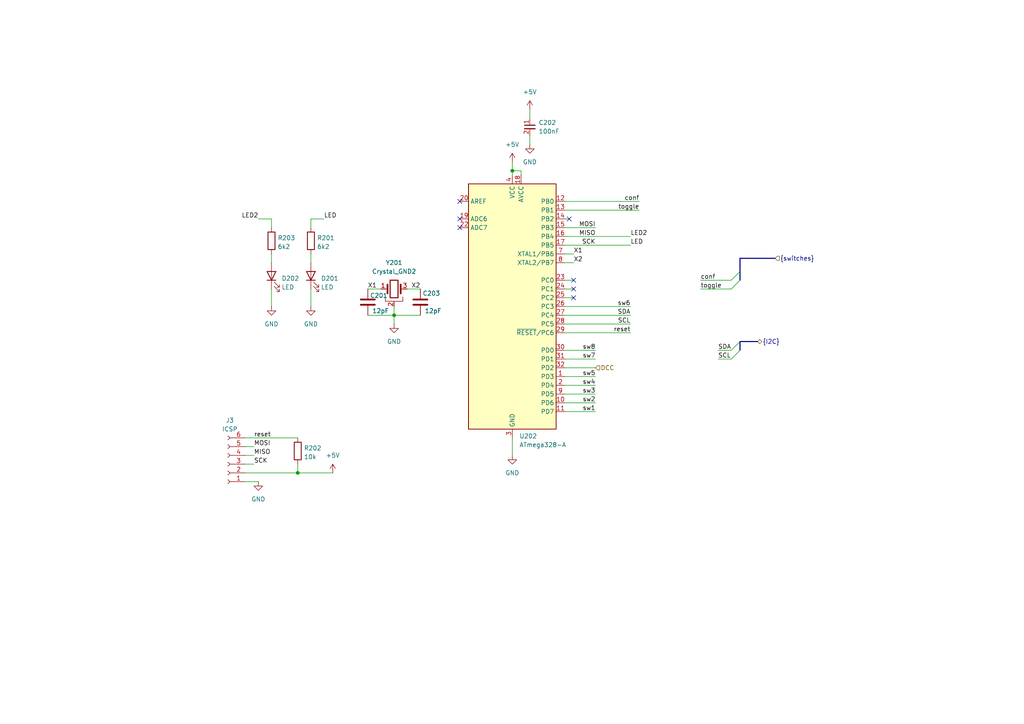
<source format=kicad_sch>
(kicad_sch (version 20231120) (generator "eeschema") (generator_version "8.0")
  (paper "A4")
  (lib_symbols
    (symbol "Connector:Conn_01x06_Socket" (pin_names (offset 1.016) hide)
      (property "Reference" "J" (at 0 7.62 0))
      (property "Value" "Conn_01x06_Socket" (at 0 -10.16 0))
      (symbol "Conn_01x06_Socket_1_1"
        (arc (start 0 -7.112) (mid -0.5058 -7.62) (end 0 -8.128) (stroke (width 0.1524)))
        (arc (start 0 -4.572) (mid -0.5058 -5.08) (end 0 -5.588) (stroke (width 0.1524)))
        (arc (start 0 -2.032) (mid -0.5058 -2.54) (end 0 -3.048) (stroke (width 0.1524)))
        (polyline (pts (xy -1.27 -7.62) (xy -0.508 -7.62)) (stroke (width 0.1524)))
        (polyline (pts (xy -1.27 -5.08) (xy -0.508 -5.08)) (stroke (width 0.1524)))
        (polyline (pts (xy -1.27 -2.54) (xy -0.508 -2.54)) (stroke (width 0.1524)))
        (polyline (pts (xy -1.27 0) (xy -0.508 0)) (stroke (width 0.1524)))
        (polyline (pts (xy -1.27 2.54) (xy -0.508 2.54)) (stroke (width 0.1524)))
        (polyline (pts (xy -1.27 5.08) (xy -0.508 5.08)) (stroke (width 0.1524)))
        (arc (start 0 0.508) (mid -0.5058 0) (end 0 -0.508) (stroke (width 0.1524)))
        (arc (start 0 3.048) (mid -0.5058 2.54) (end 0 2.032) (stroke (width 0.1524)))
        (arc (start 0 5.588) (mid -0.5058 5.08) (end 0 4.572) (stroke (width 0.1524)))
        (pin passive line (at -5.08 5.08 0) (length 3.81) (name "Pin_1") (number "1"))
        (pin passive line (at -5.08 2.54 0) (length 3.81) (name "Pin_2") (number "2"))
        (pin passive line (at -5.08 0 0) (length 3.81) (name "Pin_3") (number "3"))
        (pin passive line (at -5.08 -2.54 0) (length 3.81) (name "Pin_4") (number "4"))
        (pin passive line (at -5.08 -5.08 0) (length 3.81) (name "Pin_5") (number "5"))
        (pin passive line (at -5.08 -7.62 0) (length 3.81) (name "Pin_6") (number "6"))
      )
    )
    (symbol "Device:C" (pin_numbers hide) (pin_names (offset 0.254))
      (property "Reference" "C" (at 0.635 2.54 0))
      (property "Value" "C" (at 0.635 -2.54 0))
      (symbol "C_0_1"
        (polyline (pts (xy -2.032 -0.762) (xy 2.032 -0.762)) (stroke (width 0.508)))
        (polyline (pts (xy -2.032 0.762) (xy 2.032 0.762)) (stroke (width 0.508)))
      )
      (symbol "C_1_1"
        (pin passive line (at 0 3.81 270) (length 2.794) (name "~") (number "1"))
        (pin passive line (at 0 -3.81 90) (length 2.794) (name "~") (number "2"))
      )
    )
    (symbol "Device:LED" (pin_numbers hide) (pin_names (offset 1.016) hide)
      (property "Reference" "D" (at 0 2.54 0))
      (property "Value" "LED" (at 0 -2.54 0))
      (symbol "LED_0_1"
        (polyline (pts (xy -1.27 -1.27) (xy -1.27 1.27)) (stroke (width 0.254)))
        (polyline (pts (xy -1.27 0) (xy 1.27 0)))
        (polyline (pts (xy 1.27 -1.27) (xy 1.27 1.27) (xy -1.27 0) (xy 1.27 -1.27)) (stroke (width 0.254)))
        (polyline (pts (xy -3.048 -0.762) (xy -4.572 -2.286) (xy -3.81 -2.286) (xy -4.572 -2.286) (xy -4.572 -1.524)))
        (polyline (pts (xy -1.778 -0.762) (xy -3.302 -2.286) (xy -2.54 -2.286) (xy -3.302 -2.286) (xy -3.302 -1.524)))
      )
      (symbol "LED_1_1"
        (pin passive line (at -3.81 0 0) (length 2.54) (name "K") (number "1"))
        (pin passive line (at 3.81 0 180) (length 2.54) (name "A") (number "2"))
      )
    )
    (symbol "Device:R" (pin_numbers hide) (pin_names (offset 0))
      (property "Reference" "R" (at 2.032 0 90))
      (property "Value" "R" (at 0 0 90))
      (symbol "R_0_1"
        (rectangle (start -1.016 -2.54) (end 1.016 2.54) (stroke (width 0.254)))
      )
      (symbol "R_1_1"
        (pin passive line (at 0 3.81 270) (length 1.27) (name "~") (number "1"))
        (pin passive line (at 0 -3.81 90) (length 1.27) (name "~") (number "2"))
      )
    )
    (symbol "MCU_Microchip_ATmega:ATmega328-A"
      (property "Reference" "U" (at -12.7 36.83 0))
      (property "Value" "ATmega328-A" (at 2.54 -36.83 0))
      (symbol "ATmega328-A_0_1"
        (rectangle (start -12.7 -35.56) (end 12.7 35.56) (stroke (width 0.254)) (fill (type background)))
      )
      (symbol "ATmega328-A_1_1"
        (pin bidirectional line (at 15.24 -20.32 180) (length 2.54) (name "PD3") (number "1"))
        (pin bidirectional line (at 15.24 -27.94 180) (length 2.54) (name "PD6") (number "10"))
        (pin bidirectional line (at 15.24 -30.48 180) (length 2.54) (name "PD7") (number "11"))
        (pin bidirectional line (at 15.24 30.48 180) (length 2.54) (name "PB0") (number "12"))
        (pin bidirectional line (at 15.24 27.94 180) (length 2.54) (name "PB1") (number "13"))
        (pin bidirectional line (at 15.24 25.4 180) (length 2.54) (name "PB2") (number "14"))
        (pin bidirectional line (at 15.24 22.86 180) (length 2.54) (name "PB3") (number "15"))
        (pin bidirectional line (at 15.24 20.32 180) (length 2.54) (name "PB4") (number "16"))
        (pin bidirectional line (at 15.24 17.78 180) (length 2.54) (name "PB5") (number "17"))
        (pin power_in line (at 2.54 38.1 270) (length 2.54) (name "AVCC") (number "18"))
        (pin input line (at -15.24 25.4 0) (length 2.54) (name "ADC6") (number "19"))
        (pin bidirectional line (at 15.24 -22.86 180) (length 2.54) (name "PD4") (number "2"))
        (pin passive line (at -15.24 30.48 0) (length 2.54) (name "AREF") (number "20"))
        (pin passive line (at 0 -38.1 90) (length 2.54) hide (name "GND") (number "21"))
        (pin input line (at -15.24 22.86 0) (length 2.54) (name "ADC7") (number "22"))
        (pin bidirectional line (at 15.24 7.62 180) (length 2.54) (name "PC0") (number "23"))
        (pin bidirectional line (at 15.24 5.08 180) (length 2.54) (name "PC1") (number "24"))
        (pin bidirectional line (at 15.24 2.54 180) (length 2.54) (name "PC2") (number "25"))
        (pin bidirectional line (at 15.24 0 180) (length 2.54) (name "PC3") (number "26"))
        (pin bidirectional line (at 15.24 -2.54 180) (length 2.54) (name "PC4") (number "27"))
        (pin bidirectional line (at 15.24 -5.08 180) (length 2.54) (name "PC5") (number "28"))
        (pin bidirectional line (at 15.24 -7.62 180) (length 2.54) (name "~{RESET}/PC6") (number "29"))
        (pin power_in line (at 0 -38.1 90) (length 2.54) (name "GND") (number "3"))
        (pin bidirectional line (at 15.24 -12.7 180) (length 2.54) (name "PD0") (number "30"))
        (pin bidirectional line (at 15.24 -15.24 180) (length 2.54) (name "PD1") (number "31"))
        (pin bidirectional line (at 15.24 -17.78 180) (length 2.54) (name "PD2") (number "32"))
        (pin power_in line (at 0 38.1 270) (length 2.54) (name "VCC") (number "4"))
        (pin passive line (at 0 -38.1 90) (length 2.54) hide (name "GND") (number "5"))
        (pin passive line (at 0 38.1 270) (length 2.54) hide (name "VCC") (number "6"))
        (pin bidirectional line (at 15.24 15.24 180) (length 2.54) (name "XTAL1/PB6") (number "7"))
        (pin bidirectional line (at 15.24 12.7 180) (length 2.54) (name "XTAL2/PB7") (number "8"))
        (pin bidirectional line (at 15.24 -25.4 180) (length 2.54) (name "PD5") (number "9"))
      )
    )
    (symbol "capacitor_miscellaneous:C_0402_100nF"
      (property "Reference" "U" (at 1.27 2.54 0))
      (property "Value" "100nF" (at 3.81 -2.54 0))
      (property "JLCPCB Part#" "C307331" (at 0 0 0))
      (symbol "C_0402_100nF_0_1"
        (polyline (pts (xy -1.524 -0.508) (xy 1.524 -0.508)) (stroke (width 0.3302)))
        (polyline (pts (xy -1.524 0.508) (xy 1.524 0.508)) (stroke (width 0.3048)))
      )
      (symbol "C_0402_100nF_1_1"
        (pin passive line (at 0 2.54 270) (length 2.032) (name "~") (number "1"))
        (pin passive line (at 0 -2.54 90) (length 2.032) (name "~") (number "2"))
      )
    )
    (symbol "custom_kicad_lib_sk:crystal_arduino" (pin_names (offset 1.016) hide)
      (property "Reference" "Y" (at 0 5.715 0))
      (property "Value" "Crystal_GND2" (at 0 3.81 0))
      (property "JLCPCB Part#" "C13738" (at 0 0 0))
      (symbol "crystal_arduino_0_1"
        (rectangle (start -1.143 2.54) (end 1.143 -2.54) (stroke (width 0.3048)))
        (polyline (pts (xy -2.54 0) (xy -1.905 0)))
        (polyline (pts (xy -1.905 -1.27) (xy -1.905 1.27)) (stroke (width 0.508)))
        (polyline (pts (xy 0 -3.81) (xy 0 -3.556)))
        (polyline (pts (xy 1.905 0) (xy 2.54 0)))
        (polyline (pts (xy 1.905 1.27) (xy 1.905 -1.27)) (stroke (width 0.508)))
        (polyline (pts (xy -2.54 -2.286) (xy -2.54 -3.556) (xy 2.54 -3.556) (xy 2.54 -2.286)))
      )
      (symbol "crystal_arduino_1_1"
        (pin passive line (at -3.81 0 0) (length 1.27) (name "1") (number "1"))
        (pin passive line (at 0 -5.08 90) (length 1.27) (name "GND") (number "2"))
        (pin passive line (at 3.81 0 180) (length 1.27) (name "3") (number "3"))
        (pin passive line (at 0 -5.08 90) (length 1.27) hide (name "GND") (number "4"))
      )
    )
    (symbol "power:+5V" (power) (pin_numbers hide) (pin_names (offset 0) hide)
      (property "Value" "+5V" (at 0 3.556 0))
      (symbol "+5V_0_1"
        (polyline (pts (xy -0.762 1.27) (xy 0 2.54)))
        (polyline (pts (xy 0 0) (xy 0 2.54)))
        (polyline (pts (xy 0 2.54) (xy 0.762 1.27)))
      )
      (symbol "+5V_1_1"
        (pin power_in line (at 0 0 90) (length 0) (name "~") (number "1"))
      )
    )
    (symbol "power:GND" (power) (pin_numbers hide) (pin_names (offset 0) hide)
      (property "Value" "GND" (at 0 -3.81 0))
      (symbol "GND_0_1"
        (polyline (pts (xy 0 0) (xy 0 -1.27) (xy 1.27 -1.27) (xy 0 -2.54) (xy -1.27 -1.27) (xy 0 -1.27)))
      )
      (symbol "GND_1_1"
        (pin power_in line (at 0 0 270) (length 0) (name "~") (number "1"))
      )
    )
  )
  (bus_alias "I2C" (members "SCL" "SDA"))
  (junction (at 114.3 91.44))
  (junction (at 86.36 137.16))
  (junction (at 148.59 49.53))
  (no_connect (at 166.37 81.28))
  (no_connect (at 166.37 86.36))
  (no_connect (at 133.35 63.5))
  (no_connect (at 133.35 58.42))
  (no_connect (at 133.35 66.04))
  (no_connect (at 166.37 83.82))
  (no_connect (at 165.1 63.5))
  (bus_entry (at 214.63 78.74) (size -2.54 2.54))
  (bus_entry (at 212.09 104.14) (size 2.54 -2.54))
  (bus_entry (at 212.09 101.6) (size 2.54 -2.54))
  (bus_entry (at 214.63 81.28) (size -2.54 2.54))
  (wire (pts (xy 148.59 49.53) (xy 148.59 50.8)))
  (wire (pts (xy 163.83 104.14) (xy 172.72 104.14)))
  (wire (pts (xy 71.12 127) (xy 86.36 127)))
  (wire (pts (xy 86.36 134.62) (xy 86.36 137.16)))
  (wire (pts (xy 163.83 111.76) (xy 172.72 111.76)))
  (wire (pts (xy 114.3 91.44) (xy 121.92 91.44)))
  (wire (pts (xy 163.83 109.22) (xy 172.72 109.22)))
  (wire (pts (xy 90.17 63.5) (xy 90.17 66.04)))
  (wire (pts (xy 203.2 83.82) (xy 212.09 83.82)))
  (wire (pts (xy 163.83 119.38) (xy 172.72 119.38)))
  (bus (pts (xy 214.63 101.6) (xy 214.63 99.06)))
  (wire (pts (xy 151.13 49.53) (xy 148.59 49.53)))
  (wire (pts (xy 163.83 91.44) (xy 182.88 91.44)))
  (wire (pts (xy 74.93 63.5) (xy 78.74 63.5)))
  (wire (pts (xy 163.83 66.04) (xy 172.72 66.04)))
  (wire (pts (xy 71.12 132.08) (xy 73.66 132.08)))
  (bus (pts (xy 214.63 78.74) (xy 214.63 81.28)))
  (wire (pts (xy 110.49 83.82) (xy 106.68 83.82)))
  (wire (pts (xy 163.83 93.98) (xy 182.88 93.98)))
  (wire (pts (xy 86.36 137.16) (xy 96.52 137.16)))
  (wire (pts (xy 163.83 81.28) (xy 166.37 81.28)))
  (wire (pts (xy 71.12 129.54) (xy 73.66 129.54)))
  (wire (pts (xy 163.83 83.82) (xy 166.37 83.82)))
  (wire (pts (xy 71.12 139.7) (xy 74.93 139.7)))
  (wire (pts (xy 90.17 83.82) (xy 90.17 88.9)))
  (wire (pts (xy 163.83 96.52) (xy 182.88 96.52)))
  (wire (pts (xy 163.83 68.58) (xy 182.88 68.58)))
  (wire (pts (xy 163.83 76.2) (xy 166.37 76.2)))
  (wire (pts (xy 148.59 127) (xy 148.59 132.08)))
  (bus (pts (xy 224.79 74.93) (xy 214.63 74.93)))
  (wire (pts (xy 163.83 114.3) (xy 172.72 114.3)))
  (wire (pts (xy 78.74 83.82) (xy 78.74 88.9)))
  (wire (pts (xy 71.12 137.16) (xy 86.36 137.16)))
  (bus (pts (xy 214.63 74.93) (xy 214.63 78.74)))
  (wire (pts (xy 163.83 88.9) (xy 182.88 88.9)))
  (wire (pts (xy 90.17 73.66) (xy 90.17 76.2)))
  (wire (pts (xy 163.83 63.5) (xy 165.1 63.5)))
  (wire (pts (xy 114.3 88.9) (xy 114.3 91.44)))
  (wire (pts (xy 118.11 83.82) (xy 121.92 83.82)))
  (wire (pts (xy 203.2 81.28) (xy 212.09 81.28)))
  (wire (pts (xy 148.59 46.99) (xy 148.59 49.53)))
  (wire (pts (xy 163.83 73.66) (xy 166.37 73.66)))
  (wire (pts (xy 163.83 60.96) (xy 185.42 60.96)))
  (bus (pts (xy 214.63 99.06) (xy 219.71 99.06)))
  (wire (pts (xy 208.28 104.14) (xy 212.09 104.14)))
  (wire (pts (xy 163.83 71.12) (xy 182.88 71.12)))
  (wire (pts (xy 153.67 39.37) (xy 153.67 41.91)))
  (wire (pts (xy 93.98 63.5) (xy 90.17 63.5)))
  (wire (pts (xy 163.83 106.68) (xy 172.72 106.68)))
  (wire (pts (xy 163.83 86.36) (xy 166.37 86.36)))
  (wire (pts (xy 163.83 101.6) (xy 172.72 101.6)))
  (wire (pts (xy 106.68 91.44) (xy 114.3 91.44)))
  (wire (pts (xy 153.67 31.75) (xy 153.67 34.29)))
  (wire (pts (xy 163.83 58.42) (xy 185.42 58.42)))
  (wire (pts (xy 114.3 91.44) (xy 114.3 93.98)))
  (wire (pts (xy 151.13 50.8) (xy 151.13 49.53)))
  (wire (pts (xy 208.28 101.6) (xy 212.09 101.6)))
  (wire (pts (xy 78.74 63.5) (xy 78.74 66.04)))
  (wire (pts (xy 78.74 73.66) (xy 78.74 76.2)))
  (wire (pts (xy 71.12 134.62) (xy 73.66 134.62)))
  (wire (pts (xy 163.83 116.84) (xy 172.72 116.84)))
  (label "sw3" (at 172.72 114.3 180))
  (label "reset" (at 182.88 96.52 180))
  (label "LED2" (at 182.88 68.58 0))
  (label "sw1" (at 172.72 119.38 180))
  (label "X1" (at 106.68 83.82 0))
  (label "X2" (at 166.37 76.2 0))
  (label "SCL" (at 182.88 93.98 180))
  (label "sw2" (at 172.72 116.84 180))
  (label "SCK" (at 73.66 134.62 0))
  (label "LED2" (at 74.93 63.5 180))
  (label "toggle" (at 203.2 83.82 0))
  (label "sw7" (at 172.72 104.14 180))
  (label "sw8" (at 172.72 101.6 180))
  (label "MOSI" (at 172.72 66.04 180))
  (label "MISO" (at 73.66 132.08 0))
  (label "conf" (at 185.42 58.42 180))
  (label "sw4" (at 172.72 111.76 180))
  (label "SDA" (at 208.28 101.6 0))
  (label "conf" (at 203.2 81.28 0))
  (label "LED" (at 182.88 71.12 0))
  (label "toggle" (at 185.42 60.96 180))
  (label "X1" (at 166.37 73.66 0))
  (label "SCK" (at 172.72 71.12 180))
  (label "MISO" (at 172.72 68.58 180))
  (label "MOSI" (at 73.66 129.54 0))
  (label "sw6" (at 182.88 88.9 180))
  (label "reset" (at 73.66 127 0))
  (label "LED" (at 93.98 63.5 0))
  (label "SDA" (at 182.88 91.44 180))
  (label "SCL" (at 208.28 104.14 0))
  (label "sw5" (at 172.72 109.22 180))
  (label "X2" (at 121.92 83.82 180))
  (hierarchical_label "{I2C}" (shape bidirectional) (at 219.71 99.06 0))
  (hierarchical_label "{switches}" (shape input) (at 224.79 74.93 0))
  (hierarchical_label "DCC" (shape input) (at 172.72 106.68 0))
  (symbol (lib_id "custom_kicad_lib_sk:crystal_arduino") (at 114.3 83.82 0) (unit 1)
    (property "Reference" "Y201" (at 114.3 76.2 0))
    (property "Value" "Crystal_GND2" (at 114.3 78.74 0))
    (property "Footprint" "custom_kicad_lib_sk:crystal_arduino" (effects (hide yes)))
    (property "JLCPCB Part#" "C13738" (effects (hide yes)))
    (instances (project "atmega328" (path "" (reference "Y201") (unit 1))) (project "OS-servoDriver" (path "" (reference "Y201") (unit 1))) (project "general_schematics" (path "" (reference "Y?") (unit 1)) (path "" (reference "Y1401") (unit 1))))
  )
  (symbol (lib_id "Device:C") (at 121.92 87.63 180) (unit 1)
    (property "Reference" "C203" (at 122.555 85.09 0) (effects (justify right)))
    (property "Value" "12pF" (at 123.19 90.17 0) (effects (justify right)))
    (property "Footprint" "Capacitor_SMD:C_0603_1608Metric" (effects (hide yes)))
    (property "JLCPCB Part#" "C38523" (effects (hide yes)))
    (instances (project "atmega328" (path "" (reference "C203") (unit 1))) (project "OS-servoDriver" (path "" (reference "C203") (unit 1))) (project "general_schematics" (path "" (reference "C?") (unit 1)) (path "" (reference "C1403") (unit 1))))
  )
  (symbol (lib_id "Device:R") (at 90.17 69.85 0) (unit 1)
    (property "Reference" "R201" (at 91.948 69.0153 0) (effects (justify left)))
    (property "Value" "6k2" (at 91.948 71.5522 0) (effects (justify left)))
    (property "Footprint" "Resistor_SMD:R_0603_1608Metric_Pad0.98x0.95mm_HandSolder" (effects (hide yes)))
    (property "JLCPCB Part#" "C4260" (effects (hide yes)))
    (instances (project "atmega328" (path "" (reference "R201") (unit 1))) (project "OS-servoDriver" (path "" (reference "R201") (unit 1))) (project "general_schematics" (path "" (reference "R1401") (unit 1))))
  )
  (symbol (lib_id "MCU_Microchip_ATmega:ATmega328-A") (at 148.59 88.9 0) (unit 1)
    (property "Reference" "U202" (at 150.6094 126.4904 0) (effects (justify left)))
    (property "Value" "ATmega328-A" (at 150.6094 129.0273 0) (effects (justify left)))
    (property "Footprint" "Package_QFP:TQFP-32_7x7mm_P0.8mm" (effects (hide yes)))
    (property "Datasheet" "http://ww1.microchip.com/downloads/en/DeviceDoc/ATmega328_P%20AVR%20MCU%20with%20picoPower%20Technology%20Data%20Sheet%2040001984A.pdf" (effects (hide yes)))
    (property "JLCPCB Part#" "C14877" (effects (hide yes)))
    (instances (project "atmega328" (path "" (reference "U202") (unit 1))) (project "OS-servoDriver" (path "" (reference "U202") (unit 1))) (project "general_schematics" (path "" (reference "U1402") (unit 1))))
  )
  (symbol (lib_id "Device:C") (at 106.68 87.63 180) (unit 1)
    (property "Reference" "C201" (at 107.315 85.725 0) (effects (justify right)))
    (property "Value" "12pF" (at 107.95 90.17 0) (effects (justify right)))
    (property "Footprint" "Capacitor_SMD:C_0603_1608Metric" (effects (hide yes)))
    (property "JLCPCB Part#" "C38523" (effects (hide yes)))
    (instances (project "atmega328" (path "" (reference "C201") (unit 1))) (project "OS-servoDriver" (path "" (reference "C201") (unit 1))) (project "general_schematics" (path "" (reference "C?") (unit 1)) (path "" (reference "C1401") (unit 1))))
  )
  (symbol (lib_id "power:GND") (at 148.59 132.08 0) (unit 1)
    (property "Reference" "#PWR016" (effects (hide yes)))
    (property "Value" "GND" (at 148.59 137.16 0))
    (property "Description" "Power symbol creates a global label with name \"GND\" , ground" (effects (hide yes)))
  )
  (symbol (lib_id "Device:LED") (at 78.74 80.01 90) (unit 1)
    (property "Reference" "D202" (at 81.661 80.7628 90) (effects (justify right)))
    (property "Value" "LED" (at 81.661 83.2997 90) (effects (justify right)))
    (property "Footprint" "LED_SMD:LED_0805_2012Metric_Pad1.15x1.40mm_HandSolder" (effects (hide yes)))
    (property "JLCPCB Part#" "C84256" (effects (hide yes)))
  )
  (symbol (lib_id "power:GND") (at 114.3 93.98 0) (unit 1)
    (property "Reference" "#PWR020" (effects (hide yes)))
    (property "Value" "GND" (at 114.3 99.06 0))
    (property "Description" "Power symbol creates a global label with name \"GND\" , ground" (effects (hide yes)))
  )
  (symbol (lib_id "Device:LED") (at 90.17 80.01 90) (unit 1)
    (property "Reference" "D201" (at 93.091 80.7628 90) (effects (justify right)))
    (property "Value" "LED" (at 93.091 83.2997 90) (effects (justify right)))
    (property "Footprint" "LED_SMD:LED_0805_2012Metric_Pad1.15x1.40mm_HandSolder" (effects (hide yes)))
    (property "JLCPCB Part#" "C84256" (effects (hide yes)))
    (instances (project "atmega328" (path "" (reference "D201") (unit 1))) (project "OS-servoDriver" (path "" (reference "D201") (unit 1))) (project "general_schematics" (path "" (reference "D1401") (unit 1))))
  )
  (symbol (lib_id "Device:R") (at 86.36 130.81 0) (unit 1)
    (property "Reference" "R202" (at 88.138 129.9753 0) (effects (justify left)))
    (property "Value" "10k" (at 88.138 132.5122 0) (effects (justify left)))
    (property "Footprint" "Resistor_SMD:R_0402_1005Metric_Pad0.72x0.64mm_HandSolder" (effects (hide yes)))
    (property "JLCPCB Part#" "C25744" (effects (hide yes)))
    (instances (project "atmega328" (path "" (reference "R202") (unit 1))) (project "OS-servoDriver" (path "" (reference "R202") (unit 1))) (project "general_schematics" (path "" (reference "R1402") (unit 1))))
  )
  (symbol (lib_id "Device:R") (at 78.74 69.85 0) (unit 1)
    (property "Reference" "R203" (at 80.518 69.0153 0) (effects (justify left)))
    (property "Value" "6k2" (at 80.518 71.5522 0) (effects (justify left)))
    (property "Footprint" "Resistor_SMD:R_0603_1608Metric_Pad0.98x0.95mm_HandSolder" (effects (hide yes)))
    (property "JLCPCB Part#" "C4260" (effects (hide yes)))
  )
  (symbol (lib_id "power:GND") (at 78.74 88.9 0) (unit 1)
    (property "Reference" "#PWR0202" (effects (hide yes)))
    (property "Value" "GND" (at 78.74 93.98 0))
    (property "Description" "Power symbol creates a global label with name \"GND\" , ground" (effects (hide yes)))
  )
  (symbol (lib_id "power:GND") (at 74.93 139.7 0) (unit 1)
    (property "Reference" "#PWR017" (effects (hide yes)))
    (property "Value" "GND" (at 74.93 144.78 0))
    (property "Description" "Power symbol creates a global label with name \"GND\" , ground" (effects (hide yes)))
  )
  (symbol (lib_id "capacitor_miscellaneous:C_0402_100nF") (at 153.67 36.83 0) (unit 1)
    (property "Reference" "C202" (at 156.21 35.5663 0) (effects (justify left)))
    (property "Value" "100nF" (at 156.21 38.1063 0) (effects (justify left)))
    (property "Footprint" "Capacitor_SMD:C_0402_1005Metric" (effects (hide yes)))
    (property "JLCPCB Part#" "C307331" (effects (hide yes)))
  )
  (symbol (lib_id "power:+5V") (at 148.59 46.99 0) (unit 1)
    (property "Reference" "#PWR019" (effects (hide yes)))
    (property "Value" "+5V" (at 148.59 41.91 0))
    (property "Description" "Power symbol creates a global label with name \"+5V\"" (effects (hide yes)))
  )
  (symbol (lib_id "power:GND") (at 153.67 41.91 0) (unit 1)
    (property "Reference" "#PWR021" (effects (hide yes)))
    (property "Value" "GND" (at 153.67 46.99 0))
    (property "Description" "Power symbol creates a global label with name \"GND\" , ground" (effects (hide yes)))
  )
  (symbol (lib_id "power:+5V") (at 96.52 137.16 0) (unit 1)
    (property "Reference" "#PWR018" (effects (hide yes)))
    (property "Value" "+5V" (at 96.52 132.08 0))
    (property "Description" "Power symbol creates a global label with name \"+5V\"" (effects (hide yes)))
  )
  (symbol (lib_id "Connector:Conn_01x06_Socket") (at 66.04 134.62 180) (unit 1)
    (property "Reference" "J3" (at 66.675 121.92 0))
    (property "Value" "ICSP" (at 66.675 124.46 0))
    (property "Footprint" "Connector_PinHeader_2.54mm:PinHeader_1x06_P2.54mm_Vertical" (effects (hide yes)))
    (instances (project "solenoidDecoder" (path "" (reference "J3") (unit 1))) (project "OS-servoDriver" (path "" (reference "J201") (unit 1))))
  )
  (symbol (lib_id "power:+5V") (at 153.67 31.75 0) (unit 1)
    (property "Reference" "#PWR022" (effects (hide yes)))
    (property "Value" "+5V" (at 153.67 26.67 0))
    (property "Description" "Power symbol creates a global label with name \"+5V\"" (effects (hide yes)))
  )
  (symbol (lib_id "power:GND") (at 90.17 88.9 0) (unit 1)
    (property "Reference" "#PWR0201" (effects (hide yes)))
    (property "Value" "GND" (at 90.17 93.98 0))
    (property "Description" "Power symbol creates a global label with name \"GND\" , ground" (effects (hide yes)))
  )
)
</source>
